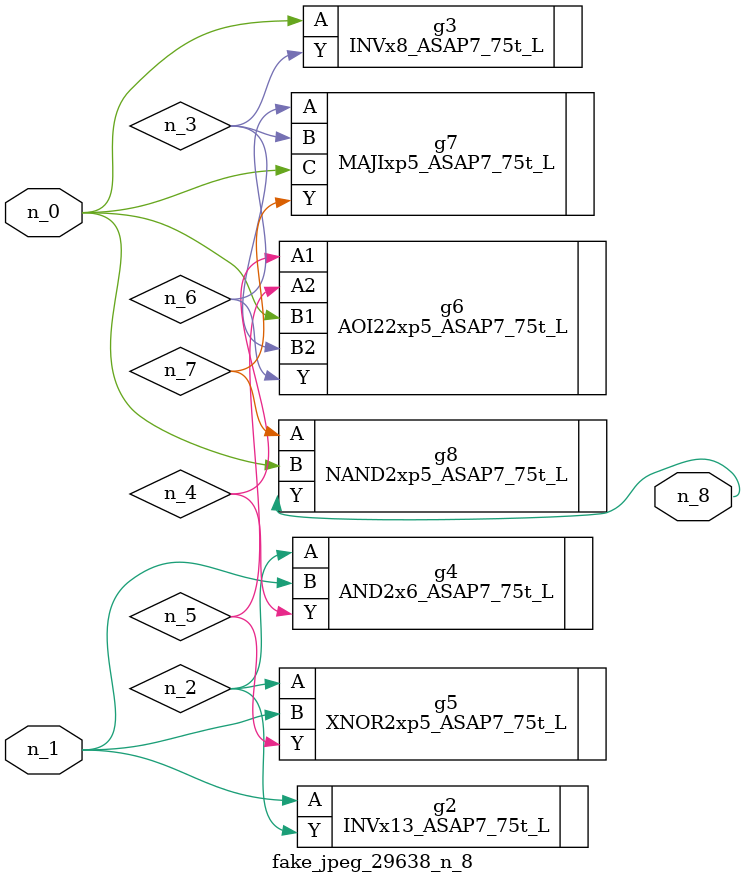
<source format=v>
module fake_jpeg_29638_n_8 (n_0, n_1, n_8);

input n_0;
input n_1;

output n_8;

wire n_2;
wire n_3;
wire n_4;
wire n_6;
wire n_5;
wire n_7;

INVx13_ASAP7_75t_L g2 ( 
.A(n_1),
.Y(n_2)
);

INVx8_ASAP7_75t_L g3 ( 
.A(n_0),
.Y(n_3)
);

AND2x6_ASAP7_75t_L g4 ( 
.A(n_2),
.B(n_1),
.Y(n_4)
);

AOI22xp5_ASAP7_75t_L g6 ( 
.A1(n_4),
.A2(n_5),
.B1(n_0),
.B2(n_3),
.Y(n_6)
);

XNOR2xp5_ASAP7_75t_L g5 ( 
.A(n_2),
.B(n_1),
.Y(n_5)
);

MAJIxp5_ASAP7_75t_L g7 ( 
.A(n_6),
.B(n_3),
.C(n_0),
.Y(n_7)
);

NAND2xp5_ASAP7_75t_L g8 ( 
.A(n_7),
.B(n_0),
.Y(n_8)
);


endmodule
</source>
